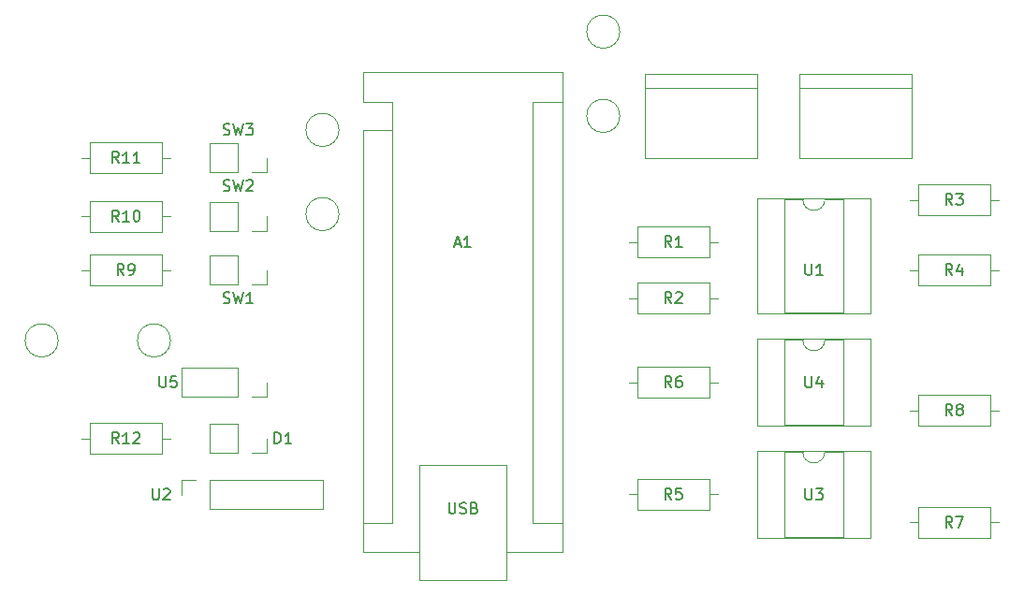
<source format=gbr>
%TF.GenerationSoftware,KiCad,Pcbnew,7.0.9*%
%TF.CreationDate,2024-01-17T18:54:20-05:00*%
%TF.ProjectId,ContadorElectronico,436f6e74-6164-46f7-9245-6c656374726f,rev?*%
%TF.SameCoordinates,Original*%
%TF.FileFunction,Legend,Top*%
%TF.FilePolarity,Positive*%
%FSLAX46Y46*%
G04 Gerber Fmt 4.6, Leading zero omitted, Abs format (unit mm)*
G04 Created by KiCad (PCBNEW 7.0.9) date 2024-01-17 18:54:20*
%MOMM*%
%LPD*%
G01*
G04 APERTURE LIST*
%ADD10C,0.150000*%
%ADD11C,0.120000*%
G04 APERTURE END LIST*
D10*
X121798680Y-66599819D02*
X121798680Y-67409342D01*
X121798680Y-67409342D02*
X121846299Y-67504580D01*
X121846299Y-67504580D02*
X121893918Y-67552200D01*
X121893918Y-67552200D02*
X121989156Y-67599819D01*
X121989156Y-67599819D02*
X122179632Y-67599819D01*
X122179632Y-67599819D02*
X122274870Y-67552200D01*
X122274870Y-67552200D02*
X122322489Y-67504580D01*
X122322489Y-67504580D02*
X122370108Y-67409342D01*
X122370108Y-67409342D02*
X122370108Y-66599819D01*
X123274870Y-66933152D02*
X123274870Y-67599819D01*
X123036775Y-66552200D02*
X122798680Y-67266485D01*
X122798680Y-67266485D02*
X123417727Y-67266485D01*
X121798680Y-76759819D02*
X121798680Y-77569342D01*
X121798680Y-77569342D02*
X121846299Y-77664580D01*
X121846299Y-77664580D02*
X121893918Y-77712200D01*
X121893918Y-77712200D02*
X121989156Y-77759819D01*
X121989156Y-77759819D02*
X122179632Y-77759819D01*
X122179632Y-77759819D02*
X122274870Y-77712200D01*
X122274870Y-77712200D02*
X122322489Y-77664580D01*
X122322489Y-77664580D02*
X122370108Y-77569342D01*
X122370108Y-77569342D02*
X122370108Y-76759819D01*
X122751061Y-76759819D02*
X123370108Y-76759819D01*
X123370108Y-76759819D02*
X123036775Y-77140771D01*
X123036775Y-77140771D02*
X123179632Y-77140771D01*
X123179632Y-77140771D02*
X123274870Y-77188390D01*
X123274870Y-77188390D02*
X123322489Y-77236009D01*
X123322489Y-77236009D02*
X123370108Y-77331247D01*
X123370108Y-77331247D02*
X123370108Y-77569342D01*
X123370108Y-77569342D02*
X123322489Y-77664580D01*
X123322489Y-77664580D02*
X123274870Y-77712200D01*
X123274870Y-77712200D02*
X123179632Y-77759819D01*
X123179632Y-77759819D02*
X122893918Y-77759819D01*
X122893918Y-77759819D02*
X122798680Y-77712200D01*
X122798680Y-77712200D02*
X122751061Y-77664580D01*
X69157252Y-44692200D02*
X69300109Y-44739819D01*
X69300109Y-44739819D02*
X69538204Y-44739819D01*
X69538204Y-44739819D02*
X69633442Y-44692200D01*
X69633442Y-44692200D02*
X69681061Y-44644580D01*
X69681061Y-44644580D02*
X69728680Y-44549342D01*
X69728680Y-44549342D02*
X69728680Y-44454104D01*
X69728680Y-44454104D02*
X69681061Y-44358866D01*
X69681061Y-44358866D02*
X69633442Y-44311247D01*
X69633442Y-44311247D02*
X69538204Y-44263628D01*
X69538204Y-44263628D02*
X69347728Y-44216009D01*
X69347728Y-44216009D02*
X69252490Y-44168390D01*
X69252490Y-44168390D02*
X69204871Y-44120771D01*
X69204871Y-44120771D02*
X69157252Y-44025533D01*
X69157252Y-44025533D02*
X69157252Y-43930295D01*
X69157252Y-43930295D02*
X69204871Y-43835057D01*
X69204871Y-43835057D02*
X69252490Y-43787438D01*
X69252490Y-43787438D02*
X69347728Y-43739819D01*
X69347728Y-43739819D02*
X69585823Y-43739819D01*
X69585823Y-43739819D02*
X69728680Y-43787438D01*
X70062014Y-43739819D02*
X70300109Y-44739819D01*
X70300109Y-44739819D02*
X70490585Y-44025533D01*
X70490585Y-44025533D02*
X70681061Y-44739819D01*
X70681061Y-44739819D02*
X70919157Y-43739819D01*
X71204871Y-43739819D02*
X71823918Y-43739819D01*
X71823918Y-43739819D02*
X71490585Y-44120771D01*
X71490585Y-44120771D02*
X71633442Y-44120771D01*
X71633442Y-44120771D02*
X71728680Y-44168390D01*
X71728680Y-44168390D02*
X71776299Y-44216009D01*
X71776299Y-44216009D02*
X71823918Y-44311247D01*
X71823918Y-44311247D02*
X71823918Y-44549342D01*
X71823918Y-44549342D02*
X71776299Y-44644580D01*
X71776299Y-44644580D02*
X71728680Y-44692200D01*
X71728680Y-44692200D02*
X71633442Y-44739819D01*
X71633442Y-44739819D02*
X71347728Y-44739819D01*
X71347728Y-44739819D02*
X71252490Y-44692200D01*
X71252490Y-44692200D02*
X71204871Y-44644580D01*
X73782490Y-72664819D02*
X73782490Y-71664819D01*
X73782490Y-71664819D02*
X74020585Y-71664819D01*
X74020585Y-71664819D02*
X74163442Y-71712438D01*
X74163442Y-71712438D02*
X74258680Y-71807676D01*
X74258680Y-71807676D02*
X74306299Y-71902914D01*
X74306299Y-71902914D02*
X74353918Y-72093390D01*
X74353918Y-72093390D02*
X74353918Y-72236247D01*
X74353918Y-72236247D02*
X74306299Y-72426723D01*
X74306299Y-72426723D02*
X74258680Y-72521961D01*
X74258680Y-72521961D02*
X74163442Y-72617200D01*
X74163442Y-72617200D02*
X74020585Y-72664819D01*
X74020585Y-72664819D02*
X73782490Y-72664819D01*
X75306299Y-72664819D02*
X74734871Y-72664819D01*
X75020585Y-72664819D02*
X75020585Y-71664819D01*
X75020585Y-71664819D02*
X74925347Y-71807676D01*
X74925347Y-71807676D02*
X74830109Y-71902914D01*
X74830109Y-71902914D02*
X74734871Y-71950533D01*
X69157252Y-59932200D02*
X69300109Y-59979819D01*
X69300109Y-59979819D02*
X69538204Y-59979819D01*
X69538204Y-59979819D02*
X69633442Y-59932200D01*
X69633442Y-59932200D02*
X69681061Y-59884580D01*
X69681061Y-59884580D02*
X69728680Y-59789342D01*
X69728680Y-59789342D02*
X69728680Y-59694104D01*
X69728680Y-59694104D02*
X69681061Y-59598866D01*
X69681061Y-59598866D02*
X69633442Y-59551247D01*
X69633442Y-59551247D02*
X69538204Y-59503628D01*
X69538204Y-59503628D02*
X69347728Y-59456009D01*
X69347728Y-59456009D02*
X69252490Y-59408390D01*
X69252490Y-59408390D02*
X69204871Y-59360771D01*
X69204871Y-59360771D02*
X69157252Y-59265533D01*
X69157252Y-59265533D02*
X69157252Y-59170295D01*
X69157252Y-59170295D02*
X69204871Y-59075057D01*
X69204871Y-59075057D02*
X69252490Y-59027438D01*
X69252490Y-59027438D02*
X69347728Y-58979819D01*
X69347728Y-58979819D02*
X69585823Y-58979819D01*
X69585823Y-58979819D02*
X69728680Y-59027438D01*
X70062014Y-58979819D02*
X70300109Y-59979819D01*
X70300109Y-59979819D02*
X70490585Y-59265533D01*
X70490585Y-59265533D02*
X70681061Y-59979819D01*
X70681061Y-59979819D02*
X70919157Y-58979819D01*
X71823918Y-59979819D02*
X71252490Y-59979819D01*
X71538204Y-59979819D02*
X71538204Y-58979819D01*
X71538204Y-58979819D02*
X71442966Y-59122676D01*
X71442966Y-59122676D02*
X71347728Y-59217914D01*
X71347728Y-59217914D02*
X71252490Y-59265533D01*
X69157252Y-49772200D02*
X69300109Y-49819819D01*
X69300109Y-49819819D02*
X69538204Y-49819819D01*
X69538204Y-49819819D02*
X69633442Y-49772200D01*
X69633442Y-49772200D02*
X69681061Y-49724580D01*
X69681061Y-49724580D02*
X69728680Y-49629342D01*
X69728680Y-49629342D02*
X69728680Y-49534104D01*
X69728680Y-49534104D02*
X69681061Y-49438866D01*
X69681061Y-49438866D02*
X69633442Y-49391247D01*
X69633442Y-49391247D02*
X69538204Y-49343628D01*
X69538204Y-49343628D02*
X69347728Y-49296009D01*
X69347728Y-49296009D02*
X69252490Y-49248390D01*
X69252490Y-49248390D02*
X69204871Y-49200771D01*
X69204871Y-49200771D02*
X69157252Y-49105533D01*
X69157252Y-49105533D02*
X69157252Y-49010295D01*
X69157252Y-49010295D02*
X69204871Y-48915057D01*
X69204871Y-48915057D02*
X69252490Y-48867438D01*
X69252490Y-48867438D02*
X69347728Y-48819819D01*
X69347728Y-48819819D02*
X69585823Y-48819819D01*
X69585823Y-48819819D02*
X69728680Y-48867438D01*
X70062014Y-48819819D02*
X70300109Y-49819819D01*
X70300109Y-49819819D02*
X70490585Y-49105533D01*
X70490585Y-49105533D02*
X70681061Y-49819819D01*
X70681061Y-49819819D02*
X70919157Y-48819819D01*
X71252490Y-48915057D02*
X71300109Y-48867438D01*
X71300109Y-48867438D02*
X71395347Y-48819819D01*
X71395347Y-48819819D02*
X71633442Y-48819819D01*
X71633442Y-48819819D02*
X71728680Y-48867438D01*
X71728680Y-48867438D02*
X71776299Y-48915057D01*
X71776299Y-48915057D02*
X71823918Y-49010295D01*
X71823918Y-49010295D02*
X71823918Y-49105533D01*
X71823918Y-49105533D02*
X71776299Y-49248390D01*
X71776299Y-49248390D02*
X71204871Y-49819819D01*
X71204871Y-49819819D02*
X71823918Y-49819819D01*
X59677727Y-47264819D02*
X59344394Y-46788628D01*
X59106299Y-47264819D02*
X59106299Y-46264819D01*
X59106299Y-46264819D02*
X59487251Y-46264819D01*
X59487251Y-46264819D02*
X59582489Y-46312438D01*
X59582489Y-46312438D02*
X59630108Y-46360057D01*
X59630108Y-46360057D02*
X59677727Y-46455295D01*
X59677727Y-46455295D02*
X59677727Y-46598152D01*
X59677727Y-46598152D02*
X59630108Y-46693390D01*
X59630108Y-46693390D02*
X59582489Y-46741009D01*
X59582489Y-46741009D02*
X59487251Y-46788628D01*
X59487251Y-46788628D02*
X59106299Y-46788628D01*
X60630108Y-47264819D02*
X60058680Y-47264819D01*
X60344394Y-47264819D02*
X60344394Y-46264819D01*
X60344394Y-46264819D02*
X60249156Y-46407676D01*
X60249156Y-46407676D02*
X60153918Y-46502914D01*
X60153918Y-46502914D02*
X60058680Y-46550533D01*
X61582489Y-47264819D02*
X61011061Y-47264819D01*
X61296775Y-47264819D02*
X61296775Y-46264819D01*
X61296775Y-46264819D02*
X61201537Y-46407676D01*
X61201537Y-46407676D02*
X61106299Y-46502914D01*
X61106299Y-46502914D02*
X61011061Y-46550533D01*
X121788680Y-56424819D02*
X121788680Y-57234342D01*
X121788680Y-57234342D02*
X121836299Y-57329580D01*
X121836299Y-57329580D02*
X121883918Y-57377200D01*
X121883918Y-57377200D02*
X121979156Y-57424819D01*
X121979156Y-57424819D02*
X122169632Y-57424819D01*
X122169632Y-57424819D02*
X122264870Y-57377200D01*
X122264870Y-57377200D02*
X122312489Y-57329580D01*
X122312489Y-57329580D02*
X122360108Y-57234342D01*
X122360108Y-57234342D02*
X122360108Y-56424819D01*
X123360108Y-57424819D02*
X122788680Y-57424819D01*
X123074394Y-57424819D02*
X123074394Y-56424819D01*
X123074394Y-56424819D02*
X122979156Y-56567676D01*
X122979156Y-56567676D02*
X122883918Y-56662914D01*
X122883918Y-56662914D02*
X122788680Y-56710533D01*
X90086299Y-54599104D02*
X90562489Y-54599104D01*
X89991061Y-54884819D02*
X90324394Y-53884819D01*
X90324394Y-53884819D02*
X90657727Y-54884819D01*
X91514870Y-54884819D02*
X90943442Y-54884819D01*
X91229156Y-54884819D02*
X91229156Y-53884819D01*
X91229156Y-53884819D02*
X91133918Y-54027676D01*
X91133918Y-54027676D02*
X91038680Y-54122914D01*
X91038680Y-54122914D02*
X90943442Y-54170533D01*
X89548680Y-78014819D02*
X89548680Y-78824342D01*
X89548680Y-78824342D02*
X89596299Y-78919580D01*
X89596299Y-78919580D02*
X89643918Y-78967200D01*
X89643918Y-78967200D02*
X89739156Y-79014819D01*
X89739156Y-79014819D02*
X89929632Y-79014819D01*
X89929632Y-79014819D02*
X90024870Y-78967200D01*
X90024870Y-78967200D02*
X90072489Y-78919580D01*
X90072489Y-78919580D02*
X90120108Y-78824342D01*
X90120108Y-78824342D02*
X90120108Y-78014819D01*
X90548680Y-78967200D02*
X90691537Y-79014819D01*
X90691537Y-79014819D02*
X90929632Y-79014819D01*
X90929632Y-79014819D02*
X91024870Y-78967200D01*
X91024870Y-78967200D02*
X91072489Y-78919580D01*
X91072489Y-78919580D02*
X91120108Y-78824342D01*
X91120108Y-78824342D02*
X91120108Y-78729104D01*
X91120108Y-78729104D02*
X91072489Y-78633866D01*
X91072489Y-78633866D02*
X91024870Y-78586247D01*
X91024870Y-78586247D02*
X90929632Y-78538628D01*
X90929632Y-78538628D02*
X90739156Y-78491009D01*
X90739156Y-78491009D02*
X90643918Y-78443390D01*
X90643918Y-78443390D02*
X90596299Y-78395771D01*
X90596299Y-78395771D02*
X90548680Y-78300533D01*
X90548680Y-78300533D02*
X90548680Y-78205295D01*
X90548680Y-78205295D02*
X90596299Y-78110057D01*
X90596299Y-78110057D02*
X90643918Y-78062438D01*
X90643918Y-78062438D02*
X90739156Y-78014819D01*
X90739156Y-78014819D02*
X90977251Y-78014819D01*
X90977251Y-78014819D02*
X91120108Y-78062438D01*
X91882013Y-78491009D02*
X92024870Y-78538628D01*
X92024870Y-78538628D02*
X92072489Y-78586247D01*
X92072489Y-78586247D02*
X92120108Y-78681485D01*
X92120108Y-78681485D02*
X92120108Y-78824342D01*
X92120108Y-78824342D02*
X92072489Y-78919580D01*
X92072489Y-78919580D02*
X92024870Y-78967200D01*
X92024870Y-78967200D02*
X91929632Y-79014819D01*
X91929632Y-79014819D02*
X91548680Y-79014819D01*
X91548680Y-79014819D02*
X91548680Y-78014819D01*
X91548680Y-78014819D02*
X91882013Y-78014819D01*
X91882013Y-78014819D02*
X91977251Y-78062438D01*
X91977251Y-78062438D02*
X92024870Y-78110057D01*
X92024870Y-78110057D02*
X92072489Y-78205295D01*
X92072489Y-78205295D02*
X92072489Y-78300533D01*
X92072489Y-78300533D02*
X92024870Y-78395771D01*
X92024870Y-78395771D02*
X91977251Y-78443390D01*
X91977251Y-78443390D02*
X91882013Y-78491009D01*
X91882013Y-78491009D02*
X91548680Y-78491009D01*
X59677727Y-72664819D02*
X59344394Y-72188628D01*
X59106299Y-72664819D02*
X59106299Y-71664819D01*
X59106299Y-71664819D02*
X59487251Y-71664819D01*
X59487251Y-71664819D02*
X59582489Y-71712438D01*
X59582489Y-71712438D02*
X59630108Y-71760057D01*
X59630108Y-71760057D02*
X59677727Y-71855295D01*
X59677727Y-71855295D02*
X59677727Y-71998152D01*
X59677727Y-71998152D02*
X59630108Y-72093390D01*
X59630108Y-72093390D02*
X59582489Y-72141009D01*
X59582489Y-72141009D02*
X59487251Y-72188628D01*
X59487251Y-72188628D02*
X59106299Y-72188628D01*
X60630108Y-72664819D02*
X60058680Y-72664819D01*
X60344394Y-72664819D02*
X60344394Y-71664819D01*
X60344394Y-71664819D02*
X60249156Y-71807676D01*
X60249156Y-71807676D02*
X60153918Y-71902914D01*
X60153918Y-71902914D02*
X60058680Y-71950533D01*
X61011061Y-71760057D02*
X61058680Y-71712438D01*
X61058680Y-71712438D02*
X61153918Y-71664819D01*
X61153918Y-71664819D02*
X61392013Y-71664819D01*
X61392013Y-71664819D02*
X61487251Y-71712438D01*
X61487251Y-71712438D02*
X61534870Y-71760057D01*
X61534870Y-71760057D02*
X61582489Y-71855295D01*
X61582489Y-71855295D02*
X61582489Y-71950533D01*
X61582489Y-71950533D02*
X61534870Y-72093390D01*
X61534870Y-72093390D02*
X60963442Y-72664819D01*
X60963442Y-72664819D02*
X61582489Y-72664819D01*
X109683918Y-59964819D02*
X109350585Y-59488628D01*
X109112490Y-59964819D02*
X109112490Y-58964819D01*
X109112490Y-58964819D02*
X109493442Y-58964819D01*
X109493442Y-58964819D02*
X109588680Y-59012438D01*
X109588680Y-59012438D02*
X109636299Y-59060057D01*
X109636299Y-59060057D02*
X109683918Y-59155295D01*
X109683918Y-59155295D02*
X109683918Y-59298152D01*
X109683918Y-59298152D02*
X109636299Y-59393390D01*
X109636299Y-59393390D02*
X109588680Y-59441009D01*
X109588680Y-59441009D02*
X109493442Y-59488628D01*
X109493442Y-59488628D02*
X109112490Y-59488628D01*
X110064871Y-59060057D02*
X110112490Y-59012438D01*
X110112490Y-59012438D02*
X110207728Y-58964819D01*
X110207728Y-58964819D02*
X110445823Y-58964819D01*
X110445823Y-58964819D02*
X110541061Y-59012438D01*
X110541061Y-59012438D02*
X110588680Y-59060057D01*
X110588680Y-59060057D02*
X110636299Y-59155295D01*
X110636299Y-59155295D02*
X110636299Y-59250533D01*
X110636299Y-59250533D02*
X110588680Y-59393390D01*
X110588680Y-59393390D02*
X110017252Y-59964819D01*
X110017252Y-59964819D02*
X110636299Y-59964819D01*
X135083918Y-57424819D02*
X134750585Y-56948628D01*
X134512490Y-57424819D02*
X134512490Y-56424819D01*
X134512490Y-56424819D02*
X134893442Y-56424819D01*
X134893442Y-56424819D02*
X134988680Y-56472438D01*
X134988680Y-56472438D02*
X135036299Y-56520057D01*
X135036299Y-56520057D02*
X135083918Y-56615295D01*
X135083918Y-56615295D02*
X135083918Y-56758152D01*
X135083918Y-56758152D02*
X135036299Y-56853390D01*
X135036299Y-56853390D02*
X134988680Y-56901009D01*
X134988680Y-56901009D02*
X134893442Y-56948628D01*
X134893442Y-56948628D02*
X134512490Y-56948628D01*
X135941061Y-56758152D02*
X135941061Y-57424819D01*
X135702966Y-56377200D02*
X135464871Y-57091485D01*
X135464871Y-57091485D02*
X136083918Y-57091485D01*
X109683918Y-54884819D02*
X109350585Y-54408628D01*
X109112490Y-54884819D02*
X109112490Y-53884819D01*
X109112490Y-53884819D02*
X109493442Y-53884819D01*
X109493442Y-53884819D02*
X109588680Y-53932438D01*
X109588680Y-53932438D02*
X109636299Y-53980057D01*
X109636299Y-53980057D02*
X109683918Y-54075295D01*
X109683918Y-54075295D02*
X109683918Y-54218152D01*
X109683918Y-54218152D02*
X109636299Y-54313390D01*
X109636299Y-54313390D02*
X109588680Y-54361009D01*
X109588680Y-54361009D02*
X109493442Y-54408628D01*
X109493442Y-54408628D02*
X109112490Y-54408628D01*
X110636299Y-54884819D02*
X110064871Y-54884819D01*
X110350585Y-54884819D02*
X110350585Y-53884819D01*
X110350585Y-53884819D02*
X110255347Y-54027676D01*
X110255347Y-54027676D02*
X110160109Y-54122914D01*
X110160109Y-54122914D02*
X110064871Y-54170533D01*
X109673918Y-77729819D02*
X109340585Y-77253628D01*
X109102490Y-77729819D02*
X109102490Y-76729819D01*
X109102490Y-76729819D02*
X109483442Y-76729819D01*
X109483442Y-76729819D02*
X109578680Y-76777438D01*
X109578680Y-76777438D02*
X109626299Y-76825057D01*
X109626299Y-76825057D02*
X109673918Y-76920295D01*
X109673918Y-76920295D02*
X109673918Y-77063152D01*
X109673918Y-77063152D02*
X109626299Y-77158390D01*
X109626299Y-77158390D02*
X109578680Y-77206009D01*
X109578680Y-77206009D02*
X109483442Y-77253628D01*
X109483442Y-77253628D02*
X109102490Y-77253628D01*
X110578680Y-76729819D02*
X110102490Y-76729819D01*
X110102490Y-76729819D02*
X110054871Y-77206009D01*
X110054871Y-77206009D02*
X110102490Y-77158390D01*
X110102490Y-77158390D02*
X110197728Y-77110771D01*
X110197728Y-77110771D02*
X110435823Y-77110771D01*
X110435823Y-77110771D02*
X110531061Y-77158390D01*
X110531061Y-77158390D02*
X110578680Y-77206009D01*
X110578680Y-77206009D02*
X110626299Y-77301247D01*
X110626299Y-77301247D02*
X110626299Y-77539342D01*
X110626299Y-77539342D02*
X110578680Y-77634580D01*
X110578680Y-77634580D02*
X110531061Y-77682200D01*
X110531061Y-77682200D02*
X110435823Y-77729819D01*
X110435823Y-77729819D02*
X110197728Y-77729819D01*
X110197728Y-77729819D02*
X110102490Y-77682200D01*
X110102490Y-77682200D02*
X110054871Y-77634580D01*
X60153918Y-57424819D02*
X59820585Y-56948628D01*
X59582490Y-57424819D02*
X59582490Y-56424819D01*
X59582490Y-56424819D02*
X59963442Y-56424819D01*
X59963442Y-56424819D02*
X60058680Y-56472438D01*
X60058680Y-56472438D02*
X60106299Y-56520057D01*
X60106299Y-56520057D02*
X60153918Y-56615295D01*
X60153918Y-56615295D02*
X60153918Y-56758152D01*
X60153918Y-56758152D02*
X60106299Y-56853390D01*
X60106299Y-56853390D02*
X60058680Y-56901009D01*
X60058680Y-56901009D02*
X59963442Y-56948628D01*
X59963442Y-56948628D02*
X59582490Y-56948628D01*
X60630109Y-57424819D02*
X60820585Y-57424819D01*
X60820585Y-57424819D02*
X60915823Y-57377200D01*
X60915823Y-57377200D02*
X60963442Y-57329580D01*
X60963442Y-57329580D02*
X61058680Y-57186723D01*
X61058680Y-57186723D02*
X61106299Y-56996247D01*
X61106299Y-56996247D02*
X61106299Y-56615295D01*
X61106299Y-56615295D02*
X61058680Y-56520057D01*
X61058680Y-56520057D02*
X61011061Y-56472438D01*
X61011061Y-56472438D02*
X60915823Y-56424819D01*
X60915823Y-56424819D02*
X60725347Y-56424819D01*
X60725347Y-56424819D02*
X60630109Y-56472438D01*
X60630109Y-56472438D02*
X60582490Y-56520057D01*
X60582490Y-56520057D02*
X60534871Y-56615295D01*
X60534871Y-56615295D02*
X60534871Y-56853390D01*
X60534871Y-56853390D02*
X60582490Y-56948628D01*
X60582490Y-56948628D02*
X60630109Y-56996247D01*
X60630109Y-56996247D02*
X60725347Y-57043866D01*
X60725347Y-57043866D02*
X60915823Y-57043866D01*
X60915823Y-57043866D02*
X61011061Y-56996247D01*
X61011061Y-56996247D02*
X61058680Y-56948628D01*
X61058680Y-56948628D02*
X61106299Y-56853390D01*
X135083918Y-70124819D02*
X134750585Y-69648628D01*
X134512490Y-70124819D02*
X134512490Y-69124819D01*
X134512490Y-69124819D02*
X134893442Y-69124819D01*
X134893442Y-69124819D02*
X134988680Y-69172438D01*
X134988680Y-69172438D02*
X135036299Y-69220057D01*
X135036299Y-69220057D02*
X135083918Y-69315295D01*
X135083918Y-69315295D02*
X135083918Y-69458152D01*
X135083918Y-69458152D02*
X135036299Y-69553390D01*
X135036299Y-69553390D02*
X134988680Y-69601009D01*
X134988680Y-69601009D02*
X134893442Y-69648628D01*
X134893442Y-69648628D02*
X134512490Y-69648628D01*
X135655347Y-69553390D02*
X135560109Y-69505771D01*
X135560109Y-69505771D02*
X135512490Y-69458152D01*
X135512490Y-69458152D02*
X135464871Y-69362914D01*
X135464871Y-69362914D02*
X135464871Y-69315295D01*
X135464871Y-69315295D02*
X135512490Y-69220057D01*
X135512490Y-69220057D02*
X135560109Y-69172438D01*
X135560109Y-69172438D02*
X135655347Y-69124819D01*
X135655347Y-69124819D02*
X135845823Y-69124819D01*
X135845823Y-69124819D02*
X135941061Y-69172438D01*
X135941061Y-69172438D02*
X135988680Y-69220057D01*
X135988680Y-69220057D02*
X136036299Y-69315295D01*
X136036299Y-69315295D02*
X136036299Y-69362914D01*
X136036299Y-69362914D02*
X135988680Y-69458152D01*
X135988680Y-69458152D02*
X135941061Y-69505771D01*
X135941061Y-69505771D02*
X135845823Y-69553390D01*
X135845823Y-69553390D02*
X135655347Y-69553390D01*
X135655347Y-69553390D02*
X135560109Y-69601009D01*
X135560109Y-69601009D02*
X135512490Y-69648628D01*
X135512490Y-69648628D02*
X135464871Y-69743866D01*
X135464871Y-69743866D02*
X135464871Y-69934342D01*
X135464871Y-69934342D02*
X135512490Y-70029580D01*
X135512490Y-70029580D02*
X135560109Y-70077200D01*
X135560109Y-70077200D02*
X135655347Y-70124819D01*
X135655347Y-70124819D02*
X135845823Y-70124819D01*
X135845823Y-70124819D02*
X135941061Y-70077200D01*
X135941061Y-70077200D02*
X135988680Y-70029580D01*
X135988680Y-70029580D02*
X136036299Y-69934342D01*
X136036299Y-69934342D02*
X136036299Y-69743866D01*
X136036299Y-69743866D02*
X135988680Y-69648628D01*
X135988680Y-69648628D02*
X135941061Y-69601009D01*
X135941061Y-69601009D02*
X135845823Y-69553390D01*
X109683918Y-67584819D02*
X109350585Y-67108628D01*
X109112490Y-67584819D02*
X109112490Y-66584819D01*
X109112490Y-66584819D02*
X109493442Y-66584819D01*
X109493442Y-66584819D02*
X109588680Y-66632438D01*
X109588680Y-66632438D02*
X109636299Y-66680057D01*
X109636299Y-66680057D02*
X109683918Y-66775295D01*
X109683918Y-66775295D02*
X109683918Y-66918152D01*
X109683918Y-66918152D02*
X109636299Y-67013390D01*
X109636299Y-67013390D02*
X109588680Y-67061009D01*
X109588680Y-67061009D02*
X109493442Y-67108628D01*
X109493442Y-67108628D02*
X109112490Y-67108628D01*
X110541061Y-66584819D02*
X110350585Y-66584819D01*
X110350585Y-66584819D02*
X110255347Y-66632438D01*
X110255347Y-66632438D02*
X110207728Y-66680057D01*
X110207728Y-66680057D02*
X110112490Y-66822914D01*
X110112490Y-66822914D02*
X110064871Y-67013390D01*
X110064871Y-67013390D02*
X110064871Y-67394342D01*
X110064871Y-67394342D02*
X110112490Y-67489580D01*
X110112490Y-67489580D02*
X110160109Y-67537200D01*
X110160109Y-67537200D02*
X110255347Y-67584819D01*
X110255347Y-67584819D02*
X110445823Y-67584819D01*
X110445823Y-67584819D02*
X110541061Y-67537200D01*
X110541061Y-67537200D02*
X110588680Y-67489580D01*
X110588680Y-67489580D02*
X110636299Y-67394342D01*
X110636299Y-67394342D02*
X110636299Y-67156247D01*
X110636299Y-67156247D02*
X110588680Y-67061009D01*
X110588680Y-67061009D02*
X110541061Y-67013390D01*
X110541061Y-67013390D02*
X110445823Y-66965771D01*
X110445823Y-66965771D02*
X110255347Y-66965771D01*
X110255347Y-66965771D02*
X110160109Y-67013390D01*
X110160109Y-67013390D02*
X110112490Y-67061009D01*
X110112490Y-67061009D02*
X110064871Y-67156247D01*
X135073918Y-80269819D02*
X134740585Y-79793628D01*
X134502490Y-80269819D02*
X134502490Y-79269819D01*
X134502490Y-79269819D02*
X134883442Y-79269819D01*
X134883442Y-79269819D02*
X134978680Y-79317438D01*
X134978680Y-79317438D02*
X135026299Y-79365057D01*
X135026299Y-79365057D02*
X135073918Y-79460295D01*
X135073918Y-79460295D02*
X135073918Y-79603152D01*
X135073918Y-79603152D02*
X135026299Y-79698390D01*
X135026299Y-79698390D02*
X134978680Y-79746009D01*
X134978680Y-79746009D02*
X134883442Y-79793628D01*
X134883442Y-79793628D02*
X134502490Y-79793628D01*
X135407252Y-79269819D02*
X136073918Y-79269819D01*
X136073918Y-79269819D02*
X135645347Y-80269819D01*
X135083918Y-51074819D02*
X134750585Y-50598628D01*
X134512490Y-51074819D02*
X134512490Y-50074819D01*
X134512490Y-50074819D02*
X134893442Y-50074819D01*
X134893442Y-50074819D02*
X134988680Y-50122438D01*
X134988680Y-50122438D02*
X135036299Y-50170057D01*
X135036299Y-50170057D02*
X135083918Y-50265295D01*
X135083918Y-50265295D02*
X135083918Y-50408152D01*
X135083918Y-50408152D02*
X135036299Y-50503390D01*
X135036299Y-50503390D02*
X134988680Y-50551009D01*
X134988680Y-50551009D02*
X134893442Y-50598628D01*
X134893442Y-50598628D02*
X134512490Y-50598628D01*
X135417252Y-50074819D02*
X136036299Y-50074819D01*
X136036299Y-50074819D02*
X135702966Y-50455771D01*
X135702966Y-50455771D02*
X135845823Y-50455771D01*
X135845823Y-50455771D02*
X135941061Y-50503390D01*
X135941061Y-50503390D02*
X135988680Y-50551009D01*
X135988680Y-50551009D02*
X136036299Y-50646247D01*
X136036299Y-50646247D02*
X136036299Y-50884342D01*
X136036299Y-50884342D02*
X135988680Y-50979580D01*
X135988680Y-50979580D02*
X135941061Y-51027200D01*
X135941061Y-51027200D02*
X135845823Y-51074819D01*
X135845823Y-51074819D02*
X135560109Y-51074819D01*
X135560109Y-51074819D02*
X135464871Y-51027200D01*
X135464871Y-51027200D02*
X135417252Y-50979580D01*
X59677727Y-52574819D02*
X59344394Y-52098628D01*
X59106299Y-52574819D02*
X59106299Y-51574819D01*
X59106299Y-51574819D02*
X59487251Y-51574819D01*
X59487251Y-51574819D02*
X59582489Y-51622438D01*
X59582489Y-51622438D02*
X59630108Y-51670057D01*
X59630108Y-51670057D02*
X59677727Y-51765295D01*
X59677727Y-51765295D02*
X59677727Y-51908152D01*
X59677727Y-51908152D02*
X59630108Y-52003390D01*
X59630108Y-52003390D02*
X59582489Y-52051009D01*
X59582489Y-52051009D02*
X59487251Y-52098628D01*
X59487251Y-52098628D02*
X59106299Y-52098628D01*
X60630108Y-52574819D02*
X60058680Y-52574819D01*
X60344394Y-52574819D02*
X60344394Y-51574819D01*
X60344394Y-51574819D02*
X60249156Y-51717676D01*
X60249156Y-51717676D02*
X60153918Y-51812914D01*
X60153918Y-51812914D02*
X60058680Y-51860533D01*
X61249156Y-51574819D02*
X61344394Y-51574819D01*
X61344394Y-51574819D02*
X61439632Y-51622438D01*
X61439632Y-51622438D02*
X61487251Y-51670057D01*
X61487251Y-51670057D02*
X61534870Y-51765295D01*
X61534870Y-51765295D02*
X61582489Y-51955771D01*
X61582489Y-51955771D02*
X61582489Y-52193866D01*
X61582489Y-52193866D02*
X61534870Y-52384342D01*
X61534870Y-52384342D02*
X61487251Y-52479580D01*
X61487251Y-52479580D02*
X61439632Y-52527200D01*
X61439632Y-52527200D02*
X61344394Y-52574819D01*
X61344394Y-52574819D02*
X61249156Y-52574819D01*
X61249156Y-52574819D02*
X61153918Y-52527200D01*
X61153918Y-52527200D02*
X61106299Y-52479580D01*
X61106299Y-52479580D02*
X61058680Y-52384342D01*
X61058680Y-52384342D02*
X61011061Y-52193866D01*
X61011061Y-52193866D02*
X61011061Y-51955771D01*
X61011061Y-51955771D02*
X61058680Y-51765295D01*
X61058680Y-51765295D02*
X61106299Y-51670057D01*
X61106299Y-51670057D02*
X61153918Y-51622438D01*
X61153918Y-51622438D02*
X61249156Y-51574819D01*
X62743680Y-76759819D02*
X62743680Y-77569342D01*
X62743680Y-77569342D02*
X62791299Y-77664580D01*
X62791299Y-77664580D02*
X62838918Y-77712200D01*
X62838918Y-77712200D02*
X62934156Y-77759819D01*
X62934156Y-77759819D02*
X63124632Y-77759819D01*
X63124632Y-77759819D02*
X63219870Y-77712200D01*
X63219870Y-77712200D02*
X63267489Y-77664580D01*
X63267489Y-77664580D02*
X63315108Y-77569342D01*
X63315108Y-77569342D02*
X63315108Y-76759819D01*
X63743680Y-76855057D02*
X63791299Y-76807438D01*
X63791299Y-76807438D02*
X63886537Y-76759819D01*
X63886537Y-76759819D02*
X64124632Y-76759819D01*
X64124632Y-76759819D02*
X64219870Y-76807438D01*
X64219870Y-76807438D02*
X64267489Y-76855057D01*
X64267489Y-76855057D02*
X64315108Y-76950295D01*
X64315108Y-76950295D02*
X64315108Y-77045533D01*
X64315108Y-77045533D02*
X64267489Y-77188390D01*
X64267489Y-77188390D02*
X63696061Y-77759819D01*
X63696061Y-77759819D02*
X64315108Y-77759819D01*
X63368680Y-66584819D02*
X63368680Y-67394342D01*
X63368680Y-67394342D02*
X63416299Y-67489580D01*
X63416299Y-67489580D02*
X63463918Y-67537200D01*
X63463918Y-67537200D02*
X63559156Y-67584819D01*
X63559156Y-67584819D02*
X63749632Y-67584819D01*
X63749632Y-67584819D02*
X63844870Y-67537200D01*
X63844870Y-67537200D02*
X63892489Y-67489580D01*
X63892489Y-67489580D02*
X63940108Y-67394342D01*
X63940108Y-67394342D02*
X63940108Y-66584819D01*
X64892489Y-66584819D02*
X64416299Y-66584819D01*
X64416299Y-66584819D02*
X64368680Y-67061009D01*
X64368680Y-67061009D02*
X64416299Y-67013390D01*
X64416299Y-67013390D02*
X64511537Y-66965771D01*
X64511537Y-66965771D02*
X64749632Y-66965771D01*
X64749632Y-66965771D02*
X64844870Y-67013390D01*
X64844870Y-67013390D02*
X64892489Y-67061009D01*
X64892489Y-67061009D02*
X64940108Y-67156247D01*
X64940108Y-67156247D02*
X64940108Y-67394342D01*
X64940108Y-67394342D02*
X64892489Y-67489580D01*
X64892489Y-67489580D02*
X64844870Y-67537200D01*
X64844870Y-67537200D02*
X64749632Y-67584819D01*
X64749632Y-67584819D02*
X64511537Y-67584819D01*
X64511537Y-67584819D02*
X64416299Y-67537200D01*
X64416299Y-67537200D02*
X64368680Y-67489580D01*
D11*
%TO.C,U4*%
X121560585Y-63275000D02*
X119910585Y-63275000D01*
X119910585Y-63275000D02*
X119910585Y-71015000D01*
X127700585Y-63215000D02*
X117420585Y-63215000D01*
X117420585Y-63215000D02*
X117420585Y-71075000D01*
X125210585Y-71015000D02*
X125210585Y-63275000D01*
X119910585Y-71015000D02*
X125210585Y-71015000D01*
X117420585Y-71075000D02*
X127700585Y-71075000D01*
X127700585Y-71075000D02*
X127700585Y-63215000D01*
X125210585Y-63275000D02*
X123560585Y-63275000D01*
X121560585Y-63275000D02*
G75*
G03*
X123560585Y-63275000I1000000J0D01*
G01*
%TO.C,U3*%
X121550585Y-73420000D02*
X119900585Y-73420000D01*
X119900585Y-73420000D02*
X119900585Y-81160000D01*
X127690585Y-73360000D02*
X117410585Y-73360000D01*
X117410585Y-73360000D02*
X117410585Y-81220000D01*
X125200585Y-81160000D02*
X125200585Y-73420000D01*
X119900585Y-81160000D02*
X125200585Y-81160000D01*
X117410585Y-81220000D02*
X127690585Y-81220000D01*
X127690585Y-81220000D02*
X127690585Y-73360000D01*
X125200585Y-73420000D02*
X123550585Y-73420000D01*
X121550585Y-73420000D02*
G75*
G03*
X123550585Y-73420000I1000000J0D01*
G01*
%TO.C,SW3*%
X70480585Y-45480000D02*
X67880585Y-45480000D01*
X70480585Y-48140000D02*
X67880585Y-48140000D01*
X70480585Y-45480000D02*
X70480585Y-48140000D01*
X73080585Y-46810000D02*
X73080585Y-48140000D01*
X73080585Y-48140000D02*
X71750585Y-48140000D01*
X67880585Y-45480000D02*
X67880585Y-48140000D01*
%TO.C,J6*%
X79611418Y-44285000D02*
G75*
G03*
X79611418Y-44285000I-1500833J0D01*
G01*
%TO.C,J5*%
X79611418Y-51905000D02*
G75*
G03*
X79611418Y-51905000I-1500833J0D01*
G01*
%TO.C,J4*%
X105011418Y-43015000D02*
G75*
G03*
X105011418Y-43015000I-1500833J0D01*
G01*
%TO.C,J3*%
X105011418Y-35395000D02*
G75*
G03*
X105011418Y-35395000I-1500833J0D01*
G01*
%TO.C,J2*%
X64371418Y-63335000D02*
G75*
G03*
X64371418Y-63335000I-1500833J0D01*
G01*
%TO.C,J1*%
X54211418Y-63335000D02*
G75*
G03*
X54211418Y-63335000I-1500833J0D01*
G01*
%TO.C,D1*%
X70480585Y-70880000D02*
X67880585Y-70880000D01*
X70480585Y-73540000D02*
X67880585Y-73540000D01*
X70480585Y-70880000D02*
X70480585Y-73540000D01*
X73080585Y-72210000D02*
X73080585Y-73540000D01*
X73080585Y-73540000D02*
X71750585Y-73540000D01*
X67880585Y-70880000D02*
X67880585Y-73540000D01*
%TO.C,SW1*%
X70480585Y-55640000D02*
X67880585Y-55640000D01*
X70480585Y-58300000D02*
X67880585Y-58300000D01*
X70480585Y-55640000D02*
X70480585Y-58300000D01*
X73080585Y-56970000D02*
X73080585Y-58300000D01*
X73080585Y-58300000D02*
X71750585Y-58300000D01*
X67880585Y-55640000D02*
X67880585Y-58300000D01*
%TO.C,SW2*%
X70480585Y-50790000D02*
X67880585Y-50790000D01*
X70480585Y-53450000D02*
X67880585Y-53450000D01*
X70480585Y-50790000D02*
X70480585Y-53450000D01*
X73080585Y-52120000D02*
X73080585Y-53450000D01*
X73080585Y-53450000D02*
X71750585Y-53450000D01*
X67880585Y-50790000D02*
X67880585Y-53450000D01*
%TO.C,R11*%
X56280585Y-46810000D02*
X57050585Y-46810000D01*
X64360585Y-46810000D02*
X63590585Y-46810000D01*
X63590585Y-48180000D02*
X63590585Y-45440000D01*
X57050585Y-45440000D02*
X57050585Y-48180000D01*
X63590585Y-45440000D02*
X57050585Y-45440000D01*
X57050585Y-48180000D02*
X63590585Y-48180000D01*
%TO.C,U1*%
X127700585Y-50510000D02*
X117420585Y-50510000D01*
X125210585Y-60850000D02*
X125210585Y-50570000D01*
X125210585Y-50570000D02*
X123560585Y-50570000D01*
X121560585Y-50570000D02*
X119910585Y-50570000D01*
X117420585Y-50510000D02*
X117420585Y-60910000D01*
X119910585Y-50570000D02*
X119910585Y-60850000D01*
X117420585Y-60910000D02*
X127700585Y-60910000D01*
X119910585Y-60850000D02*
X125210585Y-60850000D01*
X127700585Y-60910000D02*
X127700585Y-50510000D01*
X121560585Y-50570000D02*
G75*
G03*
X123560585Y-50570000I1000000J0D01*
G01*
%TO.C,A1*%
X84460585Y-41730000D02*
X81790585Y-41730000D01*
X94750585Y-85040000D02*
X86870585Y-85040000D01*
X99830585Y-82500000D02*
X99830585Y-39060000D01*
X86870585Y-85040000D02*
X86870585Y-74620000D01*
X94750585Y-74620000D02*
X94750585Y-85040000D01*
X99830585Y-82500000D02*
X94750585Y-82500000D01*
X81790585Y-44270000D02*
X81790585Y-82500000D01*
X84460585Y-79830000D02*
X81790585Y-79830000D01*
X97160585Y-41730000D02*
X97160585Y-79830000D01*
X84460585Y-44270000D02*
X84460585Y-41730000D01*
X97160585Y-79830000D02*
X99830585Y-79830000D01*
X97160585Y-41730000D02*
X99830585Y-41730000D01*
X84460585Y-44270000D02*
X81790585Y-44270000D01*
X99830585Y-39060000D02*
X81790585Y-39060000D01*
X81790585Y-82500000D02*
X86870585Y-82500000D01*
X81790585Y-39060000D02*
X81790585Y-41730000D01*
X86870585Y-74620000D02*
X94750585Y-74620000D01*
X84460585Y-44270000D02*
X84460585Y-79830000D01*
%TO.C,J8*%
X117470585Y-46810000D02*
X117470585Y-39190000D01*
X107310585Y-39190000D02*
X107310585Y-46810000D01*
X107310585Y-40460000D02*
X117470585Y-40460000D01*
X117470585Y-39190000D02*
X107310585Y-39190000D01*
X107310585Y-46810000D02*
X117470585Y-46810000D01*
%TO.C,R12*%
X56280585Y-72210000D02*
X57050585Y-72210000D01*
X64360585Y-72210000D02*
X63590585Y-72210000D01*
X63590585Y-73580000D02*
X63590585Y-70840000D01*
X57050585Y-70840000D02*
X57050585Y-73580000D01*
X63590585Y-70840000D02*
X57050585Y-70840000D01*
X57050585Y-73580000D02*
X63590585Y-73580000D01*
%TO.C,R2*%
X113890585Y-59510000D02*
X113120585Y-59510000D01*
X105810585Y-59510000D02*
X106580585Y-59510000D01*
X106580585Y-58140000D02*
X106580585Y-60880000D01*
X113120585Y-60880000D02*
X113120585Y-58140000D01*
X106580585Y-60880000D02*
X113120585Y-60880000D01*
X113120585Y-58140000D02*
X106580585Y-58140000D01*
%TO.C,R4*%
X139290585Y-56970000D02*
X138520585Y-56970000D01*
X131210585Y-56970000D02*
X131980585Y-56970000D01*
X131980585Y-55600000D02*
X131980585Y-58340000D01*
X138520585Y-58340000D02*
X138520585Y-55600000D01*
X131980585Y-58340000D02*
X138520585Y-58340000D01*
X138520585Y-55600000D02*
X131980585Y-55600000D01*
%TO.C,R1*%
X113890585Y-54430000D02*
X113120585Y-54430000D01*
X105810585Y-54430000D02*
X106580585Y-54430000D01*
X106580585Y-53060000D02*
X106580585Y-55800000D01*
X113120585Y-55800000D02*
X113120585Y-53060000D01*
X106580585Y-55800000D02*
X113120585Y-55800000D01*
X113120585Y-53060000D02*
X106580585Y-53060000D01*
%TO.C,R5*%
X105800585Y-77275000D02*
X106570585Y-77275000D01*
X113880585Y-77275000D02*
X113110585Y-77275000D01*
X113110585Y-78645000D02*
X113110585Y-75905000D01*
X106570585Y-75905000D02*
X106570585Y-78645000D01*
X113110585Y-75905000D02*
X106570585Y-75905000D01*
X106570585Y-78645000D02*
X113110585Y-78645000D01*
%TO.C,R9*%
X56280585Y-56970000D02*
X57050585Y-56970000D01*
X64360585Y-56970000D02*
X63590585Y-56970000D01*
X63590585Y-58340000D02*
X63590585Y-55600000D01*
X57050585Y-55600000D02*
X57050585Y-58340000D01*
X63590585Y-55600000D02*
X57050585Y-55600000D01*
X57050585Y-58340000D02*
X63590585Y-58340000D01*
%TO.C,R8*%
X139290585Y-69670000D02*
X138520585Y-69670000D01*
X131210585Y-69670000D02*
X131980585Y-69670000D01*
X131980585Y-68300000D02*
X131980585Y-71040000D01*
X138520585Y-71040000D02*
X138520585Y-68300000D01*
X131980585Y-71040000D02*
X138520585Y-71040000D01*
X138520585Y-68300000D02*
X131980585Y-68300000D01*
%TO.C,R6*%
X105810585Y-67130000D02*
X106580585Y-67130000D01*
X113890585Y-67130000D02*
X113120585Y-67130000D01*
X113120585Y-68500000D02*
X113120585Y-65760000D01*
X106580585Y-65760000D02*
X106580585Y-68500000D01*
X113120585Y-65760000D02*
X106580585Y-65760000D01*
X106580585Y-68500000D02*
X113120585Y-68500000D01*
%TO.C,J7*%
X131440585Y-46810000D02*
X131440585Y-39190000D01*
X121280585Y-39190000D02*
X121280585Y-46810000D01*
X121280585Y-40460000D02*
X131440585Y-40460000D01*
X131440585Y-39190000D02*
X121280585Y-39190000D01*
X121280585Y-46810000D02*
X131440585Y-46810000D01*
%TO.C,R7*%
X139280585Y-79815000D02*
X138510585Y-79815000D01*
X131200585Y-79815000D02*
X131970585Y-79815000D01*
X131970585Y-78445000D02*
X131970585Y-81185000D01*
X138510585Y-81185000D02*
X138510585Y-78445000D01*
X131970585Y-81185000D02*
X138510585Y-81185000D01*
X138510585Y-78445000D02*
X131970585Y-78445000D01*
%TO.C,R3*%
X139290585Y-50620000D02*
X138520585Y-50620000D01*
X131210585Y-50620000D02*
X131980585Y-50620000D01*
X131980585Y-49250000D02*
X131980585Y-51990000D01*
X138520585Y-51990000D02*
X138520585Y-49250000D01*
X131980585Y-51990000D02*
X138520585Y-51990000D01*
X138520585Y-49250000D02*
X131980585Y-49250000D01*
%TO.C,R10*%
X56280585Y-52120000D02*
X57050585Y-52120000D01*
X64360585Y-52120000D02*
X63590585Y-52120000D01*
X63590585Y-53490000D02*
X63590585Y-50750000D01*
X57050585Y-50750000D02*
X57050585Y-53490000D01*
X63590585Y-50750000D02*
X57050585Y-50750000D01*
X57050585Y-53490000D02*
X63590585Y-53490000D01*
%TO.C,U2*%
X65340585Y-77290000D02*
X65340585Y-75960000D01*
X78160585Y-78620000D02*
X78160585Y-75960000D01*
X67940585Y-78620000D02*
X67940585Y-75960000D01*
X67940585Y-78620000D02*
X78160585Y-78620000D01*
X67940585Y-75960000D02*
X78160585Y-75960000D01*
X65340585Y-75960000D02*
X66670585Y-75960000D01*
%TO.C,U5*%
X73080585Y-67130000D02*
X73080585Y-68460000D01*
X70480585Y-68460000D02*
X65340585Y-68460000D01*
X70480585Y-65800000D02*
X65340585Y-65800000D01*
X70480585Y-65800000D02*
X70480585Y-68460000D01*
X73080585Y-68460000D02*
X71750585Y-68460000D01*
X65340585Y-65800000D02*
X65340585Y-68460000D01*
%TD*%
M02*

</source>
